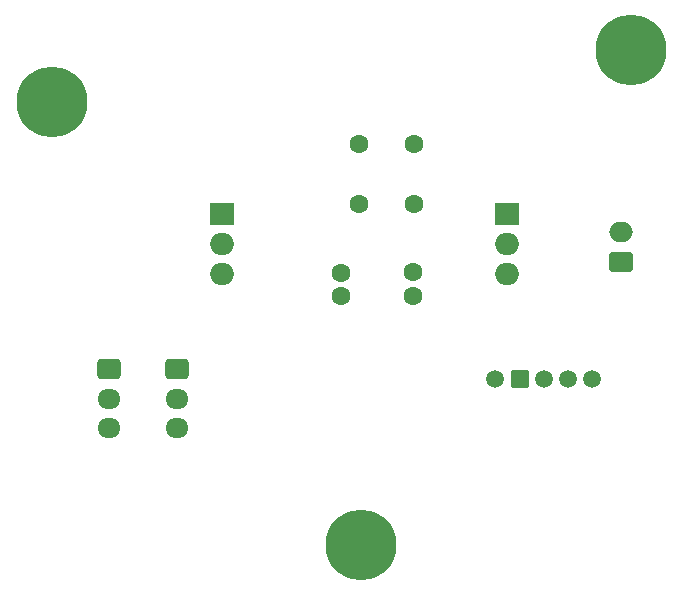
<source format=gbr>
%TF.GenerationSoftware,KiCad,Pcbnew,8.0.4*%
%TF.CreationDate,2024-08-09T17:24:51-06:00*%
%TF.ProjectId,ePotencia,65506f74-656e-4636-9961-2e6b69636164,rev?*%
%TF.SameCoordinates,Original*%
%TF.FileFunction,Soldermask,Top*%
%TF.FilePolarity,Negative*%
%FSLAX46Y46*%
G04 Gerber Fmt 4.6, Leading zero omitted, Abs format (unit mm)*
G04 Created by KiCad (PCBNEW 8.0.4) date 2024-08-09 17:24:51*
%MOMM*%
%LPD*%
G01*
G04 APERTURE LIST*
G04 Aperture macros list*
%AMRoundRect*
0 Rectangle with rounded corners*
0 $1 Rounding radius*
0 $2 $3 $4 $5 $6 $7 $8 $9 X,Y pos of 4 corners*
0 Add a 4 corners polygon primitive as box body*
4,1,4,$2,$3,$4,$5,$6,$7,$8,$9,$2,$3,0*
0 Add four circle primitives for the rounded corners*
1,1,$1+$1,$2,$3*
1,1,$1+$1,$4,$5*
1,1,$1+$1,$6,$7*
1,1,$1+$1,$8,$9*
0 Add four rect primitives between the rounded corners*
20,1,$1+$1,$2,$3,$4,$5,0*
20,1,$1+$1,$4,$5,$6,$7,0*
20,1,$1+$1,$6,$7,$8,$9,0*
20,1,$1+$1,$8,$9,$2,$3,0*%
G04 Aperture macros list end*
%ADD10R,2.000000X1.905000*%
%ADD11O,2.000000X1.905000*%
%ADD12C,6.000000*%
%ADD13RoundRect,0.250000X0.750000X-0.600000X0.750000X0.600000X-0.750000X0.600000X-0.750000X-0.600000X0*%
%ADD14O,2.000000X1.700000*%
%ADD15RoundRect,0.250000X-0.725000X0.600000X-0.725000X-0.600000X0.725000X-0.600000X0.725000X0.600000X0*%
%ADD16O,1.950000X1.700000*%
%ADD17C,1.600000*%
%ADD18C,1.500000*%
%ADD19RoundRect,0.102000X-0.654000X-0.654000X0.654000X-0.654000X0.654000X0.654000X-0.654000X0.654000X0*%
%ADD20C,1.512000*%
G04 APERTURE END LIST*
D10*
%TO.C,regulador3V1*%
X131525000Y-101345000D03*
D11*
X131525000Y-103885000D03*
X131525000Y-106425000D03*
%TD*%
D12*
%TO.C,tornillo2*%
X166150000Y-87418174D03*
%TD*%
D13*
%TO.C,Vcc1*%
X165325000Y-105375000D03*
D14*
X165325000Y-102875000D03*
%TD*%
D15*
%TO.C,conectoOut1*%
X127750000Y-114475000D03*
D16*
X127750000Y-116975000D03*
X127750000Y-119475000D03*
%TD*%
D12*
%TO.C,tornillo1*%
X117125000Y-91868174D03*
%TD*%
%TO.C,tornillo3*%
X143275000Y-129393174D03*
%TD*%
D17*
%TO.C,cCeramicoDisco2*%
X147775000Y-95450000D03*
X147775000Y-100450000D03*
%TD*%
%TO.C,cElectrolitico1*%
X141625000Y-108300000D03*
X141625000Y-106300000D03*
%TD*%
%TO.C,cCeramicoDisco1*%
X143175000Y-95450000D03*
X143175000Y-100450000D03*
%TD*%
%TO.C,CElectrolitico2*%
X147750000Y-108275000D03*
X147750000Y-106275000D03*
%TD*%
D15*
%TO.C,conectoOut2*%
X121975000Y-114475000D03*
D16*
X121975000Y-116975000D03*
X121975000Y-119475000D03*
%TD*%
D10*
%TO.C,regulador5v1*%
X155675000Y-101345000D03*
D11*
X155675000Y-103885000D03*
X155675000Y-106425000D03*
%TD*%
D18*
%TO.C,Switch1*%
X154700000Y-115325000D03*
X162900000Y-115325000D03*
D19*
X156800000Y-115325000D03*
D20*
X158800000Y-115325000D03*
X160800000Y-115325000D03*
%TD*%
M02*

</source>
